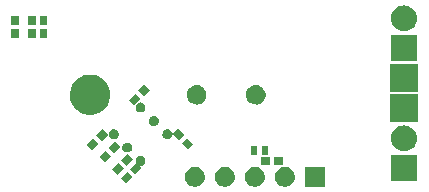
<source format=gbs>
G04 #@! TF.FileFunction,Soldermask,Bot*
%FSLAX46Y46*%
G04 Gerber Fmt 4.6, Leading zero omitted, Abs format (unit mm)*
G04 Created by KiCad (PCBNEW (2015-02-03 BZR 5404)-product) date Sat 07 Feb 2015 10:18:26 AM CST*
%MOMM*%
G01*
G04 APERTURE LIST*
%ADD10C,0.100000*%
G04 APERTURE END LIST*
D10*
G36*
X55026900Y-106978200D02*
X54374500Y-106978200D01*
X54374500Y-106225800D01*
X55026900Y-106225800D01*
X55026900Y-106978200D01*
X55026900Y-106978200D01*
G37*
G36*
X55026900Y-108078200D02*
X54374500Y-108078200D01*
X54374500Y-107325800D01*
X55026900Y-107325800D01*
X55026900Y-108078200D01*
X55026900Y-108078200D01*
G37*
G36*
X56518100Y-106992200D02*
X55865700Y-106992200D01*
X55865700Y-106239800D01*
X56518100Y-106239800D01*
X56518100Y-106992200D01*
X56518100Y-106992200D01*
G37*
G36*
X56518100Y-108092200D02*
X55865700Y-108092200D01*
X55865700Y-107339800D01*
X56518100Y-107339800D01*
X56518100Y-108092200D01*
X56518100Y-108092200D01*
G37*
G36*
X57480700Y-106995200D02*
X56828300Y-106995200D01*
X56828300Y-106242800D01*
X57480700Y-106242800D01*
X57480700Y-106995200D01*
X57480700Y-106995200D01*
G37*
G36*
X57480700Y-108095200D02*
X56828300Y-108095200D01*
X56828300Y-107342800D01*
X57480700Y-107342800D01*
X57480700Y-108095200D01*
X57480700Y-108095200D01*
G37*
G36*
X61822363Y-117040554D02*
X61290336Y-117572581D01*
X60829019Y-117111264D01*
X61361046Y-116579237D01*
X61822363Y-117040554D01*
X61822363Y-117040554D01*
G37*
G36*
X62600181Y-116262736D02*
X62068154Y-116794763D01*
X61606837Y-116333446D01*
X62138864Y-115801419D01*
X62600181Y-116262736D01*
X62600181Y-116262736D01*
G37*
G36*
X62781374Y-112726698D02*
X62776037Y-113108878D01*
X62776017Y-113108965D01*
X62776017Y-113108969D01*
X62701907Y-113435164D01*
X62701906Y-113435166D01*
X62675033Y-113495523D01*
X62565811Y-113740841D01*
X62565811Y-113740842D01*
X62372935Y-114014261D01*
X62372933Y-114014262D01*
X62372933Y-114014263D01*
X62130625Y-114245010D01*
X61848112Y-114424297D01*
X61848110Y-114424299D01*
X61536151Y-114545300D01*
X61536150Y-114545300D01*
X61536148Y-114545301D01*
X61206631Y-114603403D01*
X60872104Y-114596396D01*
X60872102Y-114596396D01*
X60545304Y-114524545D01*
X60545303Y-114524544D01*
X60294829Y-114415114D01*
X60238688Y-114390587D01*
X60238687Y-114390586D01*
X60238686Y-114390586D01*
X59963927Y-114199624D01*
X59963926Y-114199623D01*
X59731492Y-113958931D01*
X59731491Y-113958930D01*
X59550235Y-113677674D01*
X59550234Y-113677673D01*
X59427058Y-113366568D01*
X59366657Y-113037465D01*
X59366657Y-113037462D01*
X59368659Y-112894074D01*
X59371329Y-112702887D01*
X59440895Y-112375603D01*
X59572710Y-112068055D01*
X59761749Y-111791970D01*
X60000816Y-111557858D01*
X60148693Y-111461090D01*
X60280799Y-111374643D01*
X60280800Y-111374642D01*
X60280801Y-111374642D01*
X60435918Y-111311970D01*
X60591038Y-111249298D01*
X60919714Y-111186600D01*
X61254309Y-111188936D01*
X61582078Y-111256217D01*
X61582080Y-111256218D01*
X61890537Y-111385881D01*
X62002275Y-111461249D01*
X62167935Y-111572988D01*
X62167935Y-111572989D01*
X62403708Y-111810414D01*
X62403710Y-111810416D01*
X62496291Y-111949763D01*
X62588873Y-112089110D01*
X62588875Y-112089112D01*
X62699807Y-112358255D01*
X62716382Y-112398468D01*
X62716383Y-112398470D01*
X62756372Y-112600434D01*
X62781356Y-112726609D01*
X62781374Y-112726698D01*
X62781374Y-112726698D01*
G37*
G36*
X62875163Y-118079554D02*
X62343136Y-118611581D01*
X61881819Y-118150264D01*
X62413846Y-117618237D01*
X62875163Y-118079554D01*
X62875163Y-118079554D01*
G37*
G36*
X63515476Y-116187905D02*
X63514165Y-116281781D01*
X63514146Y-116281864D01*
X63514146Y-116281872D01*
X63495957Y-116361927D01*
X63495956Y-116361929D01*
X63489355Y-116376754D01*
X63462527Y-116437012D01*
X63462527Y-116437013D01*
X63415150Y-116504174D01*
X63415148Y-116504175D01*
X63415148Y-116504176D01*
X63355631Y-116560853D01*
X63355630Y-116560853D01*
X63286235Y-116604893D01*
X63286234Y-116604894D01*
X63209609Y-116634615D01*
X63209608Y-116634615D01*
X63128667Y-116648887D01*
X63046497Y-116647166D01*
X63046495Y-116647166D01*
X62966222Y-116629517D01*
X62966221Y-116629516D01*
X62890908Y-116596612D01*
X62890907Y-116596612D01*
X62823417Y-116549705D01*
X62823416Y-116549704D01*
X62766323Y-116490583D01*
X62766322Y-116490582D01*
X62721800Y-116421497D01*
X62721799Y-116421496D01*
X62691543Y-116345078D01*
X62676707Y-116264242D01*
X62676707Y-116264239D01*
X62677199Y-116229018D01*
X62677855Y-116182053D01*
X62694941Y-116101666D01*
X62727320Y-116026120D01*
X62761228Y-115976599D01*
X62773755Y-115958304D01*
X62803417Y-115929256D01*
X62832478Y-115900798D01*
X62901251Y-115855795D01*
X62977456Y-115825006D01*
X63058190Y-115809605D01*
X63140378Y-115810179D01*
X63180633Y-115818442D01*
X63220890Y-115826706D01*
X63258773Y-115842630D01*
X63296657Y-115858555D01*
X63364795Y-115904515D01*
X63364796Y-115904516D01*
X63364797Y-115904517D01*
X63422709Y-115962834D01*
X63422709Y-115962835D01*
X63445333Y-115996887D01*
X63468190Y-116031290D01*
X63468192Y-116031292D01*
X63499512Y-116107281D01*
X63499512Y-116107283D01*
X63515458Y-116187816D01*
X63515476Y-116187905D01*
X63515476Y-116187905D01*
G37*
G36*
X63652981Y-117301736D02*
X63120954Y-117833763D01*
X62659637Y-117372446D01*
X63191664Y-116840419D01*
X63652981Y-117301736D01*
X63652981Y-117301736D01*
G37*
G36*
X63935763Y-119132554D02*
X63403736Y-119664581D01*
X62942419Y-119203264D01*
X63474446Y-118671237D01*
X63935763Y-119132554D01*
X63935763Y-119132554D01*
G37*
G36*
X64646847Y-117319276D02*
X64645536Y-117413152D01*
X64645517Y-117413235D01*
X64645517Y-117413243D01*
X64627328Y-117493298D01*
X64627327Y-117493300D01*
X64620726Y-117508125D01*
X64593898Y-117568383D01*
X64593898Y-117568384D01*
X64546521Y-117635545D01*
X64546519Y-117635546D01*
X64546519Y-117635547D01*
X64487002Y-117692224D01*
X64487001Y-117692224D01*
X64417606Y-117736264D01*
X64417605Y-117736265D01*
X64340980Y-117765986D01*
X64340979Y-117765986D01*
X64260038Y-117780258D01*
X64177868Y-117778537D01*
X64177866Y-117778537D01*
X64097593Y-117760888D01*
X64097592Y-117760887D01*
X64022279Y-117727983D01*
X64022278Y-117727983D01*
X63954788Y-117681076D01*
X63954787Y-117681075D01*
X63897694Y-117621954D01*
X63897693Y-117621953D01*
X63853171Y-117552868D01*
X63853170Y-117552867D01*
X63822914Y-117476449D01*
X63808078Y-117395613D01*
X63808078Y-117395610D01*
X63808570Y-117360389D01*
X63809226Y-117313424D01*
X63826312Y-117233037D01*
X63858691Y-117157491D01*
X63892599Y-117107970D01*
X63905126Y-117089675D01*
X63934788Y-117060627D01*
X63963849Y-117032169D01*
X64032622Y-116987166D01*
X64108827Y-116956377D01*
X64189561Y-116940976D01*
X64271749Y-116941550D01*
X64312004Y-116949813D01*
X64352261Y-116958077D01*
X64390144Y-116974001D01*
X64428028Y-116989926D01*
X64496166Y-117035886D01*
X64496167Y-117035887D01*
X64496168Y-117035888D01*
X64554080Y-117094205D01*
X64554080Y-117094206D01*
X64576704Y-117128258D01*
X64599561Y-117162661D01*
X64599563Y-117162663D01*
X64630883Y-117238652D01*
X64630883Y-117238654D01*
X64646829Y-117319187D01*
X64646847Y-117319276D01*
X64646847Y-117319276D01*
G37*
G36*
X64683463Y-119866554D02*
X64151436Y-120398581D01*
X63690119Y-119937264D01*
X64222146Y-119405237D01*
X64683463Y-119866554D01*
X64683463Y-119866554D01*
G37*
G36*
X64713581Y-118354736D02*
X64181554Y-118886763D01*
X63720237Y-118425446D01*
X64252264Y-117893419D01*
X64713581Y-118354736D01*
X64713581Y-118354736D01*
G37*
G36*
X65372363Y-113249554D02*
X64840336Y-113781581D01*
X64379019Y-113320264D01*
X64911046Y-112788237D01*
X65372363Y-113249554D01*
X65372363Y-113249554D01*
G37*
G36*
X65778218Y-113925163D02*
X65776907Y-114019039D01*
X65776888Y-114019122D01*
X65776888Y-114019130D01*
X65758699Y-114099185D01*
X65758698Y-114099187D01*
X65752097Y-114114012D01*
X65725269Y-114174270D01*
X65725269Y-114174271D01*
X65677892Y-114241432D01*
X65677890Y-114241433D01*
X65677890Y-114241434D01*
X65618373Y-114298111D01*
X65618372Y-114298111D01*
X65548977Y-114342151D01*
X65548976Y-114342152D01*
X65472351Y-114371873D01*
X65472350Y-114371873D01*
X65391409Y-114386145D01*
X65309239Y-114384424D01*
X65309237Y-114384424D01*
X65228964Y-114366775D01*
X65228963Y-114366774D01*
X65153650Y-114333870D01*
X65153649Y-114333870D01*
X65086159Y-114286963D01*
X65086158Y-114286962D01*
X65029065Y-114227841D01*
X65029064Y-114227840D01*
X64984542Y-114158755D01*
X64984541Y-114158754D01*
X64954285Y-114082336D01*
X64939449Y-114001500D01*
X64939449Y-114001497D01*
X64939941Y-113966276D01*
X64940597Y-113919311D01*
X64957683Y-113838924D01*
X64990062Y-113763378D01*
X65023970Y-113713857D01*
X65036497Y-113695562D01*
X65066159Y-113666514D01*
X65095220Y-113638056D01*
X65163993Y-113593053D01*
X65240198Y-113562264D01*
X65320932Y-113546863D01*
X65403120Y-113547437D01*
X65443375Y-113555700D01*
X65483632Y-113563964D01*
X65521515Y-113579888D01*
X65559399Y-113595813D01*
X65627537Y-113641773D01*
X65627538Y-113641774D01*
X65627539Y-113641775D01*
X65685451Y-113700092D01*
X65685451Y-113700093D01*
X65708075Y-113734145D01*
X65730932Y-113768548D01*
X65730934Y-113768550D01*
X65762254Y-113844539D01*
X65762254Y-113844541D01*
X65778200Y-113925074D01*
X65778218Y-113925163D01*
X65778218Y-113925163D01*
G37*
G36*
X65778218Y-118450647D02*
X65776907Y-118544523D01*
X65776888Y-118544606D01*
X65776888Y-118544614D01*
X65758699Y-118624669D01*
X65758698Y-118624671D01*
X65752097Y-118639496D01*
X65725269Y-118699754D01*
X65725269Y-118699755D01*
X65677892Y-118766916D01*
X65677890Y-118766917D01*
X65677890Y-118766918D01*
X65618373Y-118823595D01*
X65618372Y-118823595D01*
X65548977Y-118867635D01*
X65548976Y-118867636D01*
X65472351Y-118897357D01*
X65472350Y-118897357D01*
X65391409Y-118911629D01*
X65313464Y-118909996D01*
X65313461Y-118909996D01*
X65308502Y-118910893D01*
X65304280Y-118913651D01*
X65301464Y-118917834D01*
X65300498Y-118922783D01*
X65301534Y-118927718D01*
X65304218Y-118931673D01*
X65461281Y-119088736D01*
X64929254Y-119620763D01*
X64467937Y-119159446D01*
X64966901Y-118660481D01*
X64969688Y-118656279D01*
X64970620Y-118651323D01*
X64969729Y-118646826D01*
X64954285Y-118607820D01*
X64939449Y-118526984D01*
X64939449Y-118526981D01*
X64939941Y-118491760D01*
X64940597Y-118444795D01*
X64957683Y-118364408D01*
X64990062Y-118288862D01*
X65023970Y-118239341D01*
X65036497Y-118221046D01*
X65066159Y-118191998D01*
X65095220Y-118163540D01*
X65163993Y-118118537D01*
X65240198Y-118087748D01*
X65320932Y-118072347D01*
X65403120Y-118072921D01*
X65443375Y-118081184D01*
X65483632Y-118089448D01*
X65521515Y-118105372D01*
X65559399Y-118121297D01*
X65627537Y-118167257D01*
X65627538Y-118167258D01*
X65627539Y-118167259D01*
X65685451Y-118225576D01*
X65685451Y-118225577D01*
X65708075Y-118259629D01*
X65730932Y-118294032D01*
X65730934Y-118294034D01*
X65762254Y-118370023D01*
X65762254Y-118370025D01*
X65778200Y-118450558D01*
X65778218Y-118450647D01*
X65778218Y-118450647D01*
G37*
G36*
X66150181Y-112471736D02*
X65618154Y-113003763D01*
X65156837Y-112542446D01*
X65688864Y-112010419D01*
X66150181Y-112471736D01*
X66150181Y-112471736D01*
G37*
G36*
X66909589Y-115056534D02*
X66908278Y-115150410D01*
X66908259Y-115150493D01*
X66908259Y-115150501D01*
X66890070Y-115230556D01*
X66890069Y-115230558D01*
X66883468Y-115245383D01*
X66856640Y-115305641D01*
X66856640Y-115305642D01*
X66809263Y-115372803D01*
X66809261Y-115372804D01*
X66809261Y-115372805D01*
X66749744Y-115429482D01*
X66749743Y-115429482D01*
X66680348Y-115473522D01*
X66680347Y-115473523D01*
X66603722Y-115503244D01*
X66603721Y-115503244D01*
X66522780Y-115517516D01*
X66440610Y-115515795D01*
X66440608Y-115515795D01*
X66360335Y-115498146D01*
X66360334Y-115498145D01*
X66285021Y-115465241D01*
X66285020Y-115465241D01*
X66217530Y-115418334D01*
X66217529Y-115418333D01*
X66160436Y-115359212D01*
X66160435Y-115359211D01*
X66115913Y-115290126D01*
X66115912Y-115290125D01*
X66085656Y-115213707D01*
X66070820Y-115132871D01*
X66070820Y-115132868D01*
X66071312Y-115097647D01*
X66071968Y-115050682D01*
X66089054Y-114970295D01*
X66121433Y-114894749D01*
X66155341Y-114845228D01*
X66167868Y-114826933D01*
X66197530Y-114797885D01*
X66226591Y-114769427D01*
X66295364Y-114724424D01*
X66371569Y-114693635D01*
X66452303Y-114678234D01*
X66534491Y-114678808D01*
X66574746Y-114687071D01*
X66615003Y-114695335D01*
X66652886Y-114711259D01*
X66690770Y-114727184D01*
X66758908Y-114773144D01*
X66758909Y-114773145D01*
X66758910Y-114773146D01*
X66816822Y-114831463D01*
X66816822Y-114831464D01*
X66839446Y-114865516D01*
X66862303Y-114899919D01*
X66862305Y-114899921D01*
X66893625Y-114975910D01*
X66893625Y-114975912D01*
X66909571Y-115056445D01*
X66909589Y-115056534D01*
X66909589Y-115056534D01*
G37*
G36*
X69046163Y-116280446D02*
X68584846Y-116741763D01*
X68062063Y-116218980D01*
X68057861Y-116216193D01*
X68052905Y-116215261D01*
X68047977Y-116216332D01*
X68043855Y-116219235D01*
X68041187Y-116223514D01*
X68040404Y-116227673D01*
X68039649Y-116281781D01*
X68039630Y-116281864D01*
X68039630Y-116281872D01*
X68021441Y-116361927D01*
X68021440Y-116361929D01*
X68014839Y-116376754D01*
X67988011Y-116437012D01*
X67988011Y-116437013D01*
X67940634Y-116504174D01*
X67940632Y-116504175D01*
X67940632Y-116504176D01*
X67881115Y-116560853D01*
X67881114Y-116560853D01*
X67811719Y-116604893D01*
X67811718Y-116604894D01*
X67735093Y-116634615D01*
X67735092Y-116634615D01*
X67654151Y-116648887D01*
X67571981Y-116647166D01*
X67571979Y-116647166D01*
X67491706Y-116629517D01*
X67491705Y-116629516D01*
X67416392Y-116596612D01*
X67416391Y-116596612D01*
X67348901Y-116549705D01*
X67348900Y-116549704D01*
X67291807Y-116490583D01*
X67291806Y-116490582D01*
X67247284Y-116421497D01*
X67247283Y-116421496D01*
X67217027Y-116345078D01*
X67202191Y-116264242D01*
X67202191Y-116264239D01*
X67202683Y-116229018D01*
X67203339Y-116182053D01*
X67220425Y-116101666D01*
X67252804Y-116026120D01*
X67286712Y-115976599D01*
X67299239Y-115958304D01*
X67328901Y-115929256D01*
X67357962Y-115900798D01*
X67426735Y-115855795D01*
X67502940Y-115825006D01*
X67583674Y-115809605D01*
X67665862Y-115810179D01*
X67706117Y-115818442D01*
X67746374Y-115826706D01*
X67784257Y-115842630D01*
X67822141Y-115858555D01*
X67890279Y-115904515D01*
X67890280Y-115904516D01*
X67890281Y-115904517D01*
X67948193Y-115962834D01*
X67948193Y-115962835D01*
X67970817Y-115996887D01*
X67993674Y-116031290D01*
X67993676Y-116031292D01*
X68024996Y-116107281D01*
X68024996Y-116107283D01*
X68040942Y-116187815D01*
X68040960Y-116187905D01*
X68040918Y-116190911D01*
X68041832Y-116195772D01*
X68044618Y-116199975D01*
X68048821Y-116202762D01*
X68053776Y-116203694D01*
X68058704Y-116202624D01*
X68062579Y-116199975D01*
X68514136Y-115748419D01*
X69046163Y-116280446D01*
X69046163Y-116280446D01*
G37*
G36*
X69823981Y-117058264D02*
X69362664Y-117519581D01*
X68830637Y-116987554D01*
X69291954Y-116526237D01*
X69823981Y-117058264D01*
X69823981Y-117058264D01*
G37*
G36*
X70802536Y-119767810D02*
X70799915Y-119955563D01*
X70799895Y-119955650D01*
X70799895Y-119955653D01*
X70781833Y-120035146D01*
X70763497Y-120115855D01*
X70763497Y-120115857D01*
X70722302Y-120208380D01*
X70696638Y-120266025D01*
X70696637Y-120266026D01*
X70601884Y-120400347D01*
X70601882Y-120400350D01*
X70482845Y-120513707D01*
X70344057Y-120601784D01*
X70344054Y-120601786D01*
X70190799Y-120661229D01*
X70190798Y-120661229D01*
X70190796Y-120661230D01*
X70028917Y-120689774D01*
X69864576Y-120686331D01*
X69864574Y-120686331D01*
X69704029Y-120651033D01*
X69704027Y-120651032D01*
X69553399Y-120585224D01*
X69553397Y-120585224D01*
X69418417Y-120491410D01*
X69418416Y-120491409D01*
X69304229Y-120373165D01*
X69215184Y-120234993D01*
X69215183Y-120234992D01*
X69154671Y-120082157D01*
X69124998Y-119920481D01*
X69124998Y-119920478D01*
X69127293Y-119756115D01*
X69127293Y-119756110D01*
X69127294Y-119756110D01*
X69161468Y-119595330D01*
X69161468Y-119595328D01*
X69161469Y-119595327D01*
X69226225Y-119444240D01*
X69319094Y-119308608D01*
X69434201Y-119195886D01*
X69436540Y-119193597D01*
X69574086Y-119103590D01*
X69726496Y-119042012D01*
X69887964Y-119011210D01*
X70052340Y-119012358D01*
X70213362Y-119045411D01*
X70364897Y-119109111D01*
X70501173Y-119201030D01*
X70501174Y-119201031D01*
X70539783Y-119239910D01*
X70617002Y-119317670D01*
X70617004Y-119317672D01*
X70662485Y-119386127D01*
X70707966Y-119454583D01*
X70707968Y-119454585D01*
X70770608Y-119606561D01*
X70770608Y-119606564D01*
X70802518Y-119767721D01*
X70802536Y-119767810D01*
X70802536Y-119767810D01*
G37*
G36*
X70941336Y-112812987D02*
X70938752Y-112998051D01*
X70938732Y-112998138D01*
X70938732Y-112998142D01*
X70902856Y-113156049D01*
X70902855Y-113156051D01*
X70836954Y-113304069D01*
X70836953Y-113304070D01*
X70743556Y-113436468D01*
X70743554Y-113436471D01*
X70626221Y-113548205D01*
X70489418Y-113635023D01*
X70489416Y-113635023D01*
X70489416Y-113635024D01*
X70338358Y-113693616D01*
X70338357Y-113693616D01*
X70178792Y-113721751D01*
X70178792Y-113721752D01*
X70023316Y-113718494D01*
X70016803Y-113718358D01*
X70016801Y-113718358D01*
X69937678Y-113700961D01*
X69858555Y-113683565D01*
X69858553Y-113683565D01*
X69710081Y-113618699D01*
X69710080Y-113618698D01*
X69643556Y-113572463D01*
X69577032Y-113526228D01*
X69577031Y-113526227D01*
X69573169Y-113522228D01*
X69464479Y-113409676D01*
X69407913Y-113321904D01*
X69376708Y-113273482D01*
X69376707Y-113273481D01*
X69340677Y-113182479D01*
X69317062Y-113122834D01*
X69313966Y-113105967D01*
X69287813Y-112963472D01*
X69290076Y-112801454D01*
X69323761Y-112642976D01*
X69387591Y-112494049D01*
X69479130Y-112360360D01*
X69479130Y-112360359D01*
X69479131Y-112360359D01*
X69537013Y-112303677D01*
X69594896Y-112246994D01*
X69730474Y-112158275D01*
X69844103Y-112112365D01*
X69880701Y-112097579D01*
X69979135Y-112078802D01*
X70039855Y-112067219D01*
X70039856Y-112067219D01*
X70039857Y-112067219D01*
X70201879Y-112068350D01*
X70360596Y-112100930D01*
X70360598Y-112100931D01*
X70381119Y-112109557D01*
X70509962Y-112163717D01*
X70590179Y-112217825D01*
X70644288Y-112254321D01*
X70756889Y-112367712D01*
X70758457Y-112369291D01*
X70758459Y-112369293D01*
X70848120Y-112504244D01*
X70848120Y-112504245D01*
X70848121Y-112504246D01*
X70909865Y-112654046D01*
X70909865Y-112654049D01*
X70941318Y-112812898D01*
X70941336Y-112812987D01*
X70941336Y-112812987D01*
G37*
G36*
X73342536Y-119767810D02*
X73339915Y-119955563D01*
X73339895Y-119955650D01*
X73339895Y-119955653D01*
X73321833Y-120035146D01*
X73303497Y-120115855D01*
X73303497Y-120115857D01*
X73262302Y-120208380D01*
X73236638Y-120266025D01*
X73236637Y-120266026D01*
X73141884Y-120400347D01*
X73141882Y-120400350D01*
X73022845Y-120513707D01*
X72884057Y-120601784D01*
X72884054Y-120601786D01*
X72730799Y-120661229D01*
X72730798Y-120661229D01*
X72730796Y-120661230D01*
X72568917Y-120689774D01*
X72404576Y-120686331D01*
X72404574Y-120686331D01*
X72244029Y-120651033D01*
X72244027Y-120651032D01*
X72093399Y-120585224D01*
X72093397Y-120585224D01*
X71958417Y-120491410D01*
X71958416Y-120491409D01*
X71844229Y-120373165D01*
X71755184Y-120234993D01*
X71755183Y-120234992D01*
X71694671Y-120082157D01*
X71664998Y-119920481D01*
X71664998Y-119920478D01*
X71667293Y-119756115D01*
X71667293Y-119756110D01*
X71667294Y-119756110D01*
X71701468Y-119595330D01*
X71701468Y-119595328D01*
X71701469Y-119595327D01*
X71766225Y-119444240D01*
X71859094Y-119308608D01*
X71974201Y-119195886D01*
X71976540Y-119193597D01*
X72114086Y-119103590D01*
X72266496Y-119042012D01*
X72427964Y-119011210D01*
X72592340Y-119012358D01*
X72753362Y-119045411D01*
X72904897Y-119109111D01*
X73041173Y-119201030D01*
X73041174Y-119201031D01*
X73079783Y-119239910D01*
X73157002Y-119317670D01*
X73157004Y-119317672D01*
X73202485Y-119386127D01*
X73247966Y-119454583D01*
X73247968Y-119454585D01*
X73310608Y-119606561D01*
X73310608Y-119606564D01*
X73342518Y-119767721D01*
X73342536Y-119767810D01*
X73342536Y-119767810D01*
G37*
G36*
X75254000Y-117968200D02*
X74701600Y-117968200D01*
X74701600Y-117215800D01*
X75254000Y-117215800D01*
X75254000Y-117968200D01*
X75254000Y-117968200D01*
G37*
G36*
X75882536Y-119767810D02*
X75879915Y-119955563D01*
X75879895Y-119955650D01*
X75879895Y-119955653D01*
X75861833Y-120035146D01*
X75843497Y-120115855D01*
X75843497Y-120115857D01*
X75802302Y-120208380D01*
X75776638Y-120266025D01*
X75776637Y-120266026D01*
X75681884Y-120400347D01*
X75681882Y-120400350D01*
X75562845Y-120513707D01*
X75424057Y-120601784D01*
X75424054Y-120601786D01*
X75270799Y-120661229D01*
X75270798Y-120661229D01*
X75270796Y-120661230D01*
X75108917Y-120689774D01*
X74944576Y-120686331D01*
X74944574Y-120686331D01*
X74784029Y-120651033D01*
X74784027Y-120651032D01*
X74633399Y-120585224D01*
X74633397Y-120585224D01*
X74498417Y-120491410D01*
X74498416Y-120491409D01*
X74384229Y-120373165D01*
X74295184Y-120234993D01*
X74295183Y-120234992D01*
X74234671Y-120082157D01*
X74204998Y-119920481D01*
X74204998Y-119920478D01*
X74207293Y-119756115D01*
X74207293Y-119756110D01*
X74207294Y-119756110D01*
X74241468Y-119595330D01*
X74241468Y-119595328D01*
X74241469Y-119595327D01*
X74306225Y-119444240D01*
X74399094Y-119308608D01*
X74514201Y-119195886D01*
X74516540Y-119193597D01*
X74654086Y-119103590D01*
X74806496Y-119042012D01*
X74967964Y-119011210D01*
X75132340Y-119012358D01*
X75293362Y-119045411D01*
X75444897Y-119109111D01*
X75581173Y-119201030D01*
X75581174Y-119201031D01*
X75619783Y-119239910D01*
X75697002Y-119317670D01*
X75697004Y-119317672D01*
X75742485Y-119386127D01*
X75787966Y-119454583D01*
X75787968Y-119454585D01*
X75850608Y-119606561D01*
X75850608Y-119606564D01*
X75882518Y-119767721D01*
X75882536Y-119767810D01*
X75882536Y-119767810D01*
G37*
G36*
X75941336Y-112812987D02*
X75938752Y-112998051D01*
X75938732Y-112998138D01*
X75938732Y-112998142D01*
X75902856Y-113156049D01*
X75902855Y-113156051D01*
X75836954Y-113304069D01*
X75836953Y-113304070D01*
X75743556Y-113436468D01*
X75743554Y-113436471D01*
X75626221Y-113548205D01*
X75489418Y-113635023D01*
X75489416Y-113635023D01*
X75489416Y-113635024D01*
X75338358Y-113693616D01*
X75338357Y-113693616D01*
X75178792Y-113721751D01*
X75178792Y-113721752D01*
X75023316Y-113718494D01*
X75016803Y-113718358D01*
X75016801Y-113718358D01*
X74937678Y-113700961D01*
X74858555Y-113683565D01*
X74858553Y-113683565D01*
X74710081Y-113618699D01*
X74710080Y-113618698D01*
X74643556Y-113572463D01*
X74577032Y-113526228D01*
X74577031Y-113526227D01*
X74573169Y-113522228D01*
X74464479Y-113409676D01*
X74407913Y-113321904D01*
X74376708Y-113273482D01*
X74376707Y-113273481D01*
X74340677Y-113182479D01*
X74317062Y-113122834D01*
X74313966Y-113105967D01*
X74287813Y-112963472D01*
X74290076Y-112801454D01*
X74323761Y-112642976D01*
X74387591Y-112494049D01*
X74479130Y-112360360D01*
X74479130Y-112360359D01*
X74479131Y-112360359D01*
X74537013Y-112303677D01*
X74594896Y-112246994D01*
X74730474Y-112158275D01*
X74844103Y-112112365D01*
X74880701Y-112097579D01*
X74979135Y-112078802D01*
X75039855Y-112067219D01*
X75039856Y-112067219D01*
X75039857Y-112067219D01*
X75201879Y-112068350D01*
X75360596Y-112100930D01*
X75360598Y-112100931D01*
X75381119Y-112109557D01*
X75509962Y-112163717D01*
X75590179Y-112217825D01*
X75644288Y-112254321D01*
X75756889Y-112367712D01*
X75758457Y-112369291D01*
X75758459Y-112369293D01*
X75848120Y-112504244D01*
X75848120Y-112504245D01*
X75848121Y-112504246D01*
X75909865Y-112654046D01*
X75909865Y-112654049D01*
X75941318Y-112812898D01*
X75941336Y-112812987D01*
X75941336Y-112812987D01*
G37*
G36*
X76154000Y-117968200D02*
X75601600Y-117968200D01*
X75601600Y-117215800D01*
X76154000Y-117215800D01*
X76154000Y-117968200D01*
X76154000Y-117968200D01*
G37*
G36*
X76310700Y-118812200D02*
X75558300Y-118812200D01*
X75558300Y-118159800D01*
X76310700Y-118159800D01*
X76310700Y-118812200D01*
X76310700Y-118812200D01*
G37*
G36*
X77410700Y-118812200D02*
X76658300Y-118812200D01*
X76658300Y-118159800D01*
X77410700Y-118159800D01*
X77410700Y-118812200D01*
X77410700Y-118812200D01*
G37*
G36*
X78422536Y-119767810D02*
X78419915Y-119955563D01*
X78419895Y-119955650D01*
X78419895Y-119955653D01*
X78401833Y-120035146D01*
X78383497Y-120115855D01*
X78383497Y-120115857D01*
X78342302Y-120208380D01*
X78316638Y-120266025D01*
X78316637Y-120266026D01*
X78221884Y-120400347D01*
X78221882Y-120400350D01*
X78102845Y-120513707D01*
X77964057Y-120601784D01*
X77964054Y-120601786D01*
X77810799Y-120661229D01*
X77810798Y-120661229D01*
X77810796Y-120661230D01*
X77648917Y-120689774D01*
X77484576Y-120686331D01*
X77484574Y-120686331D01*
X77324029Y-120651033D01*
X77324027Y-120651032D01*
X77173399Y-120585224D01*
X77173397Y-120585224D01*
X77038417Y-120491410D01*
X77038416Y-120491409D01*
X76924229Y-120373165D01*
X76835184Y-120234993D01*
X76835183Y-120234992D01*
X76774671Y-120082157D01*
X76744998Y-119920481D01*
X76744998Y-119920478D01*
X76747293Y-119756115D01*
X76747293Y-119756110D01*
X76747294Y-119756110D01*
X76781468Y-119595330D01*
X76781468Y-119595328D01*
X76781469Y-119595327D01*
X76846225Y-119444240D01*
X76939094Y-119308608D01*
X77054201Y-119195886D01*
X77056540Y-119193597D01*
X77194086Y-119103590D01*
X77346496Y-119042012D01*
X77507964Y-119011210D01*
X77672340Y-119012358D01*
X77833362Y-119045411D01*
X77984897Y-119109111D01*
X78121173Y-119201030D01*
X78121174Y-119201031D01*
X78159783Y-119239910D01*
X78237002Y-119317670D01*
X78237004Y-119317672D01*
X78282485Y-119386127D01*
X78327966Y-119454583D01*
X78327968Y-119454585D01*
X78390608Y-119606561D01*
X78390608Y-119606564D01*
X78422518Y-119767721D01*
X78422536Y-119767810D01*
X78422536Y-119767810D01*
G37*
G36*
X80962500Y-120688200D02*
X79286100Y-120688200D01*
X79286100Y-119011800D01*
X80962500Y-119011800D01*
X80962500Y-120688200D01*
X80962500Y-120688200D01*
G37*
G36*
X88752700Y-106428285D02*
X88752597Y-106443020D01*
X88752594Y-106443534D01*
X88728833Y-106655366D01*
X88664380Y-106858548D01*
X88561689Y-107045342D01*
X88424672Y-107208632D01*
X88258549Y-107342199D01*
X88069645Y-107440955D01*
X87865158Y-107501139D01*
X87865149Y-107501139D01*
X87865149Y-107501140D01*
X87794666Y-107507554D01*
X87652875Y-107520458D01*
X87652873Y-107520457D01*
X87652871Y-107520458D01*
X87440896Y-107498179D01*
X87440892Y-107498178D01*
X87440883Y-107498177D01*
X87237255Y-107435144D01*
X87049750Y-107333760D01*
X86885507Y-107197886D01*
X86750783Y-107032699D01*
X86650711Y-106844490D01*
X86589101Y-106640428D01*
X86568300Y-106428285D01*
X86568300Y-106427729D01*
X86568300Y-106417743D01*
X86568300Y-106417715D01*
X86568406Y-106402466D01*
X86592167Y-106190634D01*
X86656620Y-105987452D01*
X86759311Y-105800658D01*
X86896328Y-105637368D01*
X87062451Y-105503801D01*
X87251355Y-105405045D01*
X87455842Y-105344861D01*
X87455850Y-105344860D01*
X87455851Y-105344860D01*
X87526333Y-105338445D01*
X87668125Y-105325542D01*
X87668126Y-105325542D01*
X87668129Y-105325542D01*
X87880104Y-105347821D01*
X87880107Y-105347821D01*
X87880117Y-105347823D01*
X88083745Y-105410856D01*
X88271250Y-105512240D01*
X88435493Y-105648114D01*
X88570217Y-105813301D01*
X88670289Y-106001510D01*
X88731899Y-106205572D01*
X88752700Y-106417715D01*
X88752700Y-106418271D01*
X88752700Y-106428257D01*
X88752700Y-106428285D01*
X88752700Y-106428285D01*
G37*
G36*
X88752700Y-110055200D02*
X86568300Y-110055200D01*
X86568300Y-107870800D01*
X88752700Y-107870800D01*
X88752700Y-110055200D01*
X88752700Y-110055200D01*
G37*
G36*
X88752700Y-116588285D02*
X88752597Y-116603020D01*
X88752594Y-116603534D01*
X88728833Y-116815366D01*
X88664380Y-117018548D01*
X88561689Y-117205342D01*
X88424672Y-117368632D01*
X88258549Y-117502199D01*
X88069645Y-117600955D01*
X87865158Y-117661139D01*
X87865149Y-117661139D01*
X87865149Y-117661140D01*
X87794666Y-117667554D01*
X87652875Y-117680458D01*
X87652873Y-117680457D01*
X87652871Y-117680458D01*
X87440896Y-117658179D01*
X87440892Y-117658178D01*
X87440883Y-117658177D01*
X87237255Y-117595144D01*
X87049750Y-117493760D01*
X86885507Y-117357886D01*
X86750783Y-117192699D01*
X86650711Y-117004490D01*
X86589101Y-116800428D01*
X86568300Y-116588285D01*
X86568300Y-116587729D01*
X86568300Y-116577743D01*
X86568300Y-116577715D01*
X86568406Y-116562466D01*
X86592167Y-116350634D01*
X86656620Y-116147452D01*
X86759311Y-115960658D01*
X86896328Y-115797368D01*
X87062451Y-115663801D01*
X87251355Y-115565045D01*
X87455842Y-115504861D01*
X87455850Y-115504860D01*
X87455851Y-115504860D01*
X87526333Y-115498445D01*
X87668125Y-115485542D01*
X87668126Y-115485542D01*
X87668129Y-115485542D01*
X87880104Y-115507821D01*
X87880107Y-115507821D01*
X87880117Y-115507823D01*
X88083745Y-115570856D01*
X88271250Y-115672240D01*
X88435493Y-115808114D01*
X88570217Y-115973301D01*
X88670289Y-116161510D01*
X88731899Y-116365572D01*
X88752700Y-116577715D01*
X88752700Y-116578271D01*
X88752700Y-116588257D01*
X88752700Y-116588285D01*
X88752700Y-116588285D01*
G37*
G36*
X88752700Y-120215200D02*
X86568300Y-120215200D01*
X86568300Y-118030800D01*
X88752700Y-118030800D01*
X88752700Y-120215200D01*
X88752700Y-120215200D01*
G37*
G36*
X88854300Y-112696800D02*
X86466700Y-112696800D01*
X86466700Y-110309200D01*
X88854300Y-110309200D01*
X88854300Y-112696800D01*
X88854300Y-112696800D01*
G37*
G36*
X88854300Y-115236800D02*
X86466700Y-115236800D01*
X86466700Y-112849200D01*
X88854300Y-112849200D01*
X88854300Y-115236800D01*
X88854300Y-115236800D01*
G37*
M02*

</source>
